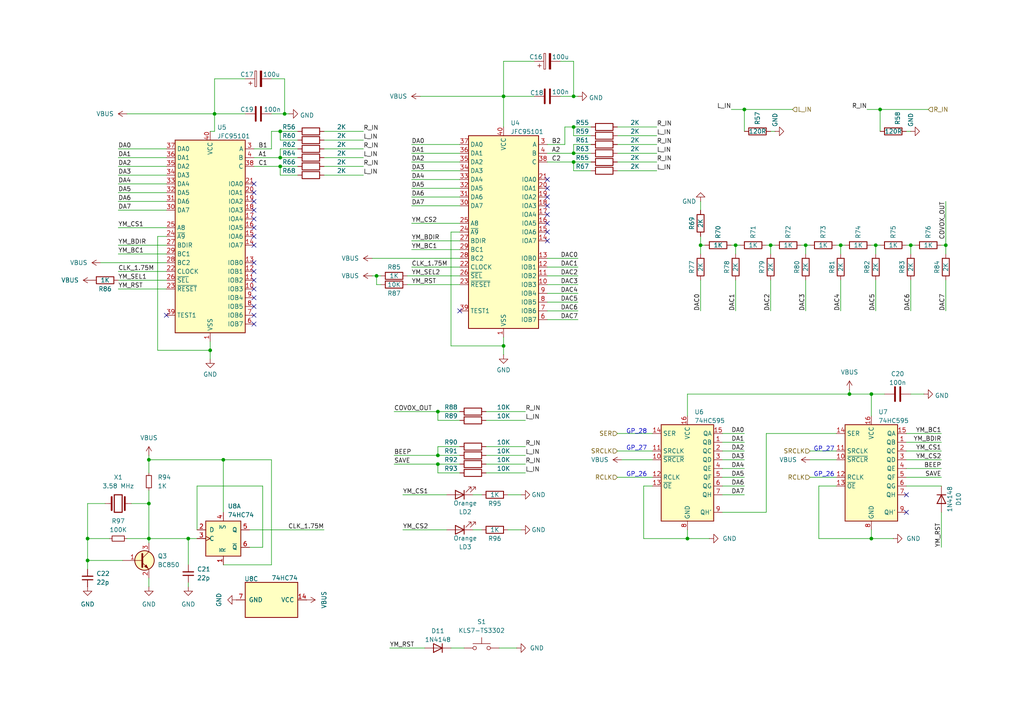
<source format=kicad_sch>
(kicad_sch (version 20250114) (generator "eeschema") (generator_version "9.0")
  (paper "A4")
  (title_block (title "TurboFRANK") (date "2025-03-19") (rev "1.04") (company "Mikhail Matveev") (comment 1 "https://github.com/xtremespb/frank"))
  (text "GP_27" (at 239.014 130.302 0) (effects (font (size 1.27 1.27))))
  (text "GP_26" (at 239.014 137.668 0) (effects (font (size 1.27 1.27))))
  (text "GP_28" (at 184.658 125.222 0) (effects (font (size 1.27 1.27))))
  (text "GP_27" (at 184.658 130.048 0) (effects (font (size 1.27 1.27))))
  (text "GP_26" (at 184.658 137.668 0) (effects (font (size 1.27 1.27))))
  (junction (at 146.05 27.94))
  (junction (at 43.18 133.35))
  (junction (at 203.2 71.12))
  (junction (at 25.4 156.21))
  (junction (at 127 119.38))
  (junction (at 127 132.08))
  (junction (at 252.73 114.3))
  (junction (at 215.9 31.75))
  (junction (at 166.37 46.99))
  (junction (at 82.55 33.02))
  (junction (at 81.28 48.26))
  (junction (at 199.39 156.21))
  (junction (at 274.32 71.12))
  (junction (at 233.68 71.12))
  (junction (at 81.28 45.72))
  (junction (at 252.73 156.21))
  (junction (at 166.37 27.94))
  (junction (at 43.18 146.05))
  (junction (at 54.61 156.21))
  (junction (at 146.05 100.33))
  (junction (at 166.37 44.45))
  (junction (at 127 134.62))
  (junction (at 254 71.12))
  (junction (at 64.77 133.35))
  (junction (at 223.52 71.12))
  (junction (at 60.96 101.6))
  (junction (at 255.27 31.75))
  (junction (at 25.4 162.56))
  (junction (at 246.38 114.3))
  (junction (at 166.37 36.83))
  (junction (at 81.28 38.1))
  (junction (at 243.84 71.12))
  (junction (at 43.18 156.21))
  (junction (at 109.22 80.01))
  (junction (at 264.16 71.12))
  (junction (at 213.36 71.12))
  (junction (at 62.23 33.02))
  (no_connect (at 73.66 81.28))
  (no_connect (at 73.66 93.98))
  (no_connect (at 133.35 90.17))
  (no_connect (at 73.66 60.96))
  (no_connect (at 73.66 53.34))
  (no_connect (at 158.75 62.23))
  (no_connect (at 262.89 143.51))
  (no_connect (at 73.66 78.74))
  (no_connect (at 73.66 58.42))
  (no_connect (at 158.75 59.69))
  (no_connect (at 73.66 83.82))
  (no_connect (at 73.66 88.9))
  (no_connect (at 158.75 69.85))
  (no_connect (at 158.75 52.07))
  (no_connect (at 48.26 91.44))
  (no_connect (at 73.66 76.2))
  (no_connect (at 262.89 148.59))
  (no_connect (at 158.75 64.77))
  (no_connect (at 73.66 71.12))
  (no_connect (at 73.66 86.36))
  (no_connect (at 158.75 54.61))
  (no_connect (at 73.66 66.04))
  (no_connect (at 73.66 68.58))
  (no_connect (at 73.66 63.5))
  (no_connect (at 73.66 55.88))
  (no_connect (at 158.75 67.31))
  (no_connect (at 73.66 91.44))
  (no_connect (at 158.75 57.15))
  (wire (pts (xy 222.25 125.73) (xy 242.57 125.73)))
  (wire (pts (xy 212.09 31.75) (xy 215.9 31.75)))
  (wire (pts (xy 274.32 81.28) (xy 274.32 90.17)))
  (wire (pts (xy 179.07 125.73) (xy 189.23 125.73)))
  (wire (pts (xy 180.34 133.35) (xy 189.23 133.35)))
  (wire (pts (xy 93.98 43.18) (xy 105.41 43.18)))
  (wire (pts (xy 78.74 38.1) (xy 81.28 38.1)))
  (wire (pts (xy 93.98 40.64) (xy 105.41 40.64)))
  (wire (pts (xy 81.28 38.1) (xy 81.28 40.64)))
  (wire (pts (xy 34.29 73.66) (xy 48.26 73.66)))
  (wire (pts (xy 146.05 97.79) (xy 146.05 100.33)))
  (wire (pts (xy 119.38 64.77) (xy 133.35 64.77)))
  (wire (pts (xy 43.18 142.24) (xy 43.18 146.05)))
  (wire (pts (xy 71.12 22.86) (xy 62.23 22.86)))
  (wire (pts (xy 57.15 156.21) (xy 54.61 156.21)))
  (wire (pts (xy 274.32 58.42) (xy 274.32 71.12)))
  (wire (pts (xy 43.18 146.05) (xy 43.18 156.21)))
  (wire (pts (xy 93.98 45.72) (xy 105.41 45.72)))
  (wire (pts (xy 60.96 101.6) (xy 60.96 104.14)))
  (wire (pts (xy 179.07 39.37) (xy 190.5 39.37)))
  (wire (pts (xy 54.61 156.21) (xy 54.61 163.83)))
  (wire (pts (xy 243.84 71.12) (xy 245.11 71.12)))
  (wire (pts (xy 237.49 140.97) (xy 237.49 156.21)))
  (wire (pts (xy 121.92 27.94) (xy 146.05 27.94)))
  (wire (pts (xy 209.55 135.89) (xy 215.9 135.89)))
  (wire (pts (xy 107.95 80.01) (xy 109.22 80.01)))
  (wire (pts (xy 119.38 54.61) (xy 133.35 54.61)))
  (wire (pts (xy 73.66 43.18) (xy 78.74 43.18)))
  (wire (pts (xy 81.28 40.64) (xy 86.36 40.64)))
  (wire (pts (xy 162.56 27.94) (xy 166.37 27.94)))
  (wire (pts (xy 119.38 44.45) (xy 133.35 44.45)))
  (wire (pts (xy 64.77 163.83) (xy 78.74 163.83)))
  (wire (pts (xy 129.54 143.51) (xy 116.84 143.51)))
  (wire (pts (xy 34.29 43.18) (xy 48.26 43.18)))
  (wire (pts (xy 166.37 39.37) (xy 171.45 39.37)))
  (wire (pts (xy 93.98 48.26) (xy 105.41 48.26)))
  (wire (pts (xy 129.54 153.67) (xy 116.84 153.67)))
  (wire (pts (xy 262.89 133.35) (xy 273.05 133.35)))
  (wire (pts (xy 186.69 156.21) (xy 199.39 156.21)))
  (wire (pts (xy 34.29 53.34) (xy 48.26 53.34)))
  (wire (pts (xy 179.07 41.91) (xy 190.5 41.91)))
  (wire (pts (xy 166.37 44.45) (xy 171.45 44.45)))
  (wire (pts (xy 62.23 38.1) (xy 62.23 33.02)))
  (wire (pts (xy 264.16 114.3) (xy 267.97 114.3)))
  (wire (pts (xy 151.13 153.67) (xy 147.32 153.67)))
  (wire (pts (xy 262.89 130.81) (xy 273.05 130.81)))
  (wire (pts (xy 158.75 46.99) (xy 166.37 46.99)))
  (wire (pts (xy 57.15 140.97) (xy 76.2 140.97)))
  (wire (pts (xy 215.9 31.75) (xy 229.87 31.75)))
  (wire (pts (xy 140.97 119.38) (xy 152.4 119.38)))
  (wire (pts (xy 254 81.28) (xy 254 90.17)))
  (wire (pts (xy 130.81 67.31) (xy 130.81 100.33)))
  (wire (pts (xy 158.75 90.17) (xy 167.64 90.17)))
  (wire (pts (xy 146.05 17.78) (xy 146.05 27.94)))
  (wire (pts (xy 86.36 43.18) (xy 81.28 43.18)))
  (wire (pts (xy 179.07 36.83) (xy 190.5 36.83)))
  (wire (pts (xy 93.98 50.8) (xy 105.41 50.8)))
  (wire (pts (xy 78.74 33.02) (xy 82.55 33.02)))
  (wire (pts (xy 118.11 80.01) (xy 133.35 80.01)))
  (wire (pts (xy 255.27 31.75) (xy 255.27 38.1)))
  (wire (pts (xy 223.52 71.12) (xy 224.79 71.12)))
  (wire (pts (xy 54.61 156.21) (xy 43.18 156.21)))
  (wire (pts (xy 127 137.16) (xy 133.35 137.16)))
  (wire (pts (xy 119.38 72.39) (xy 133.35 72.39)))
  (wire (pts (xy 119.38 69.85) (xy 133.35 69.85)))
  (wire (pts (xy 234.95 130.81) (xy 242.57 130.81)))
  (wire (pts (xy 43.18 132.08) (xy 43.18 133.35)))
  (wire (pts (xy 222.25 71.12) (xy 223.52 71.12)))
  (wire (pts (xy 274.32 73.66) (xy 274.32 71.12)))
  (wire (pts (xy 119.38 49.53) (xy 133.35 49.53)))
  (wire (pts (xy 140.97 137.16) (xy 152.4 137.16)))
  (wire (pts (xy 246.38 114.3) (xy 252.73 114.3)))
  (wire (pts (xy 93.98 38.1) (xy 105.41 38.1)))
  (wire (pts (xy 158.75 82.55) (xy 167.64 82.55)))
  (wire (pts (xy 223.52 73.66) (xy 223.52 71.12)))
  (wire (pts (xy 242.57 71.12) (xy 243.84 71.12)))
  (wire (pts (xy 252.73 153.67) (xy 252.73 156.21)))
  (wire (pts (xy 130.81 100.33) (xy 146.05 100.33)))
  (wire (pts (xy 262.89 135.89) (xy 273.05 135.89)))
  (wire (pts (xy 109.22 82.55) (xy 109.22 80.01)))
  (wire (pts (xy 62.23 22.86) (xy 62.23 33.02)))
  (wire (pts (xy 86.36 38.1) (xy 81.28 38.1)))
  (wire (pts (xy 233.68 71.12) (xy 234.95 71.12)))
  (wire (pts (xy 25.4 165.1) (xy 25.4 162.56)))
  (wire (pts (xy 127 129.54) (xy 127 132.08)))
  (wire (pts (xy 209.55 125.73) (xy 215.9 125.73)))
  (wire (pts (xy 45.72 68.58) (xy 45.72 101.6)))
  (wire (pts (xy 262.89 140.97) (xy 273.05 140.97)))
  (wire (pts (xy 273.05 158.75) (xy 273.05 148.59)))
  (wire (pts (xy 127 134.62) (xy 127 137.16)))
  (wire (pts (xy 166.37 49.53) (xy 171.45 49.53)))
  (wire (pts (xy 43.18 156.21) (xy 36.83 156.21)))
  (wire (pts (xy 264.16 71.12) (xy 265.43 71.12)))
  (wire (pts (xy 209.55 138.43) (xy 215.9 138.43)))
  (wire (pts (xy 262.89 38.1) (xy 264.16 38.1)))
  (wire (pts (xy 205.74 156.21) (xy 199.39 156.21)))
  (wire (pts (xy 151.13 143.51) (xy 147.32 143.51)))
  (wire (pts (xy 179.07 138.43) (xy 189.23 138.43)))
  (wire (pts (xy 133.35 132.08) (xy 127 132.08)))
  (wire (pts (xy 262.89 71.12) (xy 264.16 71.12)))
  (wire (pts (xy 243.84 73.66) (xy 243.84 71.12)))
  (wire (pts (xy 127 119.38) (xy 127 121.92)))
  (wire (pts (xy 119.38 46.99) (xy 133.35 46.99)))
  (wire (pts (xy 199.39 153.67) (xy 199.39 156.21)))
  (wire (pts (xy 113.03 187.96) (xy 123.19 187.96)))
  (wire (pts (xy 189.23 140.97) (xy 186.69 140.97)))
  (wire (pts (xy 199.39 120.65) (xy 199.39 114.3)))
  (wire (pts (xy 179.07 49.53) (xy 190.5 49.53)))
  (wire (pts (xy 140.97 121.92) (xy 152.4 121.92)))
  (wire (pts (xy 209.55 128.27) (xy 215.9 128.27)))
  (wire (pts (xy 34.29 71.12) (xy 48.26 71.12)))
  (wire (pts (xy 242.57 140.97) (xy 237.49 140.97)))
  (wire (pts (xy 34.29 58.42) (xy 48.26 58.42)))
  (wire (pts (xy 119.38 41.91) (xy 133.35 41.91)))
  (wire (pts (xy 62.23 38.1) (xy 60.96 38.1)))
  (wire (pts (xy 29.21 76.2) (xy 48.26 76.2)))
  (wire (pts (xy 82.55 22.86) (xy 82.55 33.02)))
  (wire (pts (xy 81.28 48.26) (xy 81.28 50.8)))
  (wire (pts (xy 232.41 71.12) (xy 233.68 71.12)))
  (wire (pts (xy 25.4 146.05) (xy 30.48 146.05)))
  (wire (pts (xy 146.05 36.83) (xy 146.05 27.94)))
  (wire (pts (xy 64.77 133.35) (xy 78.74 133.35)))
  (wire (pts (xy 264.16 73.66) (xy 264.16 71.12)))
  (wire (pts (xy 243.84 81.28) (xy 243.84 90.17)))
  (wire (pts (xy 48.26 68.58) (xy 45.72 68.58)))
  (wire (pts (xy 34.29 50.8) (xy 48.26 50.8)))
  (wire (pts (xy 234.95 138.43) (xy 242.57 138.43)))
  (wire (pts (xy 146.05 27.94) (xy 154.94 27.94)))
  (wire (pts (xy 119.38 77.47) (xy 133.35 77.47)))
  (wire (pts (xy 43.18 170.18) (xy 43.18 167.64)))
  (wire (pts (xy 166.37 17.78) (xy 166.37 27.94)))
  (wire (pts (xy 25.4 156.21) (xy 25.4 162.56)))
  (wire (pts (xy 31.75 156.21) (xy 25.4 156.21)))
  (wire (pts (xy 203.2 81.28) (xy 203.2 90.17)))
  (wire (pts (xy 36.83 33.02) (xy 62.23 33.02)))
  (wire (pts (xy 45.72 101.6) (xy 60.96 101.6)))
  (wire (pts (xy 82.55 33.02) (xy 83.82 33.02)))
  (wire (pts (xy 25.4 156.21) (xy 25.4 146.05)))
  (wire (pts (xy 81.28 45.72) (xy 86.36 45.72)))
  (wire (pts (xy 140.97 132.08) (xy 152.4 132.08)))
  (wire (pts (xy 166.37 36.83) (xy 166.37 39.37)))
  (wire (pts (xy 109.22 80.01) (xy 110.49 80.01)))
  (wire (pts (xy 274.32 71.12) (xy 273.05 71.12)))
  (wire (pts (xy 179.07 46.99) (xy 190.5 46.99)))
  (wire (pts (xy 171.45 41.91) (xy 166.37 41.91)))
  (wire (pts (xy 179.07 130.81) (xy 189.23 130.81)))
  (wire (pts (xy 203.2 73.66) (xy 203.2 71.12)))
  (wire (pts (xy 54.61 170.18) (xy 54.61 168.91)))
  (wire (pts (xy 163.83 36.83) (xy 166.37 36.83)))
  (wire (pts (xy 158.75 92.71) (xy 167.64 92.71)))
  (wire (pts (xy 199.39 114.3) (xy 246.38 114.3)))
  (wire (pts (xy 133.35 134.62) (xy 127 134.62)))
  (wire (pts (xy 262.89 128.27) (xy 273.05 128.27)))
  (wire (pts (xy 233.68 73.66) (xy 233.68 71.12)))
  (wire (pts (xy 213.36 71.12) (xy 214.63 71.12)))
  (wire (pts (xy 81.28 50.8) (xy 86.36 50.8)))
  (wire (pts (xy 209.55 140.97) (xy 215.9 140.97)))
  (wire (pts (xy 223.52 81.28) (xy 223.52 90.17)))
  (wire (pts (xy 43.18 133.35) (xy 43.18 137.16)))
  (wire (pts (xy 130.81 187.96) (xy 134.62 187.96)))
  (wire (pts (xy 254 73.66) (xy 254 71.12)))
  (wire (pts (xy 62.23 33.02) (xy 71.12 33.02)))
  (wire (pts (xy 76.2 140.97) (xy 76.2 158.75)))
  (wire (pts (xy 86.36 48.26) (xy 81.28 48.26)))
  (wire (pts (xy 246.38 113.03) (xy 246.38 114.3)))
  (wire (pts (xy 213.36 81.28) (xy 213.36 90.17)))
  (wire (pts (xy 171.45 46.99) (xy 166.37 46.99)))
  (wire (pts (xy 215.9 31.75) (xy 215.9 38.1)))
  (wire (pts (xy 154.94 17.78) (xy 146.05 17.78)))
  (wire (pts (xy 76.2 158.75) (xy 72.39 158.75)))
  (wire (pts (xy 114.3 134.62) (xy 127 134.62)))
  (wire (pts (xy 259.08 156.21) (xy 252.73 156.21)))
  (wire (pts (xy 114.3 132.08) (xy 127 132.08)))
  (wire (pts (xy 127 121.92) (xy 133.35 121.92)))
  (wire (pts (xy 251.46 31.75) (xy 255.27 31.75)))
  (wire (pts (xy 133.35 129.54) (xy 127 129.54)))
  (wire (pts (xy 233.68 81.28) (xy 233.68 90.17)))
  (wire (pts (xy 139.7 143.51) (xy 137.16 143.51)))
  (wire (pts (xy 34.29 78.74) (xy 48.26 78.74)))
  (wire (pts (xy 163.83 41.91) (xy 163.83 36.83)))
  (wire (pts (xy 203.2 60.96) (xy 203.2 58.42)))
  (wire (pts (xy 171.45 36.83) (xy 166.37 36.83)))
  (wire (pts (xy 158.75 80.01) (xy 167.64 80.01)))
  (wire (pts (xy 81.28 43.18) (xy 81.28 45.72)))
  (wire (pts (xy 254 71.12) (xy 255.27 71.12)))
  (wire (pts (xy 64.77 133.35) (xy 64.77 148.59)))
  (wire (pts (xy 133.35 67.31) (xy 130.81 67.31)))
  (wire (pts (xy 34.29 60.96) (xy 48.26 60.96)))
  (wire (pts (xy 252.73 114.3) (xy 256.54 114.3)))
  (wire (pts (xy 78.74 22.86) (xy 82.55 22.86)))
  (wire (pts (xy 203.2 71.12) (xy 203.2 68.58)))
  (wire (pts (xy 133.35 119.38) (xy 127 119.38)))
  (wire (pts (xy 166.37 46.99) (xy 166.37 49.53)))
  (wire (pts (xy 119.38 52.07) (xy 133.35 52.07)))
  (wire (pts (xy 262.89 138.43) (xy 273.05 138.43)))
  (wire (pts (xy 166.37 27.94) (xy 167.64 27.94)))
  (wire (pts (xy 146.05 100.33) (xy 146.05 102.87)))
  (wire (pts (xy 222.25 148.59) (xy 222.25 125.73)))
  (wire (pts (xy 158.75 41.91) (xy 163.83 41.91)))
  (wire (pts (xy 34.29 45.72) (xy 48.26 45.72)))
  (wire (pts (xy 73.66 45.72) (xy 81.28 45.72)))
  (wire (pts (xy 34.29 55.88) (xy 48.26 55.88)))
  (wire (pts (xy 158.75 85.09) (xy 167.64 85.09)))
  (wire (pts (xy 179.07 44.45) (xy 190.5 44.45)))
  (wire (pts (xy 114.3 119.38) (xy 127 119.38)))
  (wire (pts (xy 107.95 74.93) (xy 133.35 74.93)))
  (wire (pts (xy 252.73 114.3) (xy 252.73 120.65)))
  (wire (pts (xy 72.39 153.67) (xy 93.98 153.67)))
  (wire (pts (xy 252.73 71.12) (xy 254 71.12)))
  (wire (pts (xy 34.29 48.26) (xy 48.26 48.26)))
  (wire (pts (xy 162.56 17.78) (xy 166.37 17.78)))
  (wire (pts (xy 25.4 162.56) (xy 35.56 162.56)))
  (wire (pts (xy 78.74 163.83) (xy 78.74 133.35)))
  (wire (pts (xy 255.27 31.75) (xy 269.24 31.75)))
  (wire (pts (xy 209.55 143.51) (xy 215.9 143.51)))
  (wire (pts (xy 118.11 82.55) (xy 133.35 82.55)))
  (wire (pts (xy 60.96 99.06) (xy 60.96 101.6)))
  (wire (pts (xy 264.16 81.28) (xy 264.16 90.17)))
  (wire (pts (xy 119.38 57.15) (xy 133.35 57.15)))
  (wire (pts (xy 186.69 140.97) (xy 186.69 156.21)))
  (wire (pts (xy 213.36 73.66) (xy 213.36 71.12)))
  (wire (pts (xy 73.66 48.26) (xy 81.28 48.26)))
  (wire (pts (xy 43.18 133.35) (xy 64.77 133.35)))
  (wire (pts (xy 57.15 153.67) (xy 57.15 140.97)))
  (wire (pts (xy 110.49 82.55) (xy 109.22 82.55)))
  (wire (pts (xy 158.75 44.45) (xy 166.37 44.45)))
  (wire (pts (xy 140.97 129.54) (xy 152.4 129.54)))
  (wire (pts (xy 166.37 41.91) (xy 166.37 44.45)))
  (wire (pts (xy 38.1 146.05) (xy 43.18 146.05)))
  (wire (pts (xy 223.52 38.1) (xy 224.79 38.1)))
  (wire (pts (xy 34.29 81.28) (xy 48.26 81.28)))
  (wire (pts (xy 78.74 43.18) (xy 78.74 38.1)))
  (wire (pts (xy 262.89 125.73) (xy 273.05 125.73)))
  (wire (pts (xy 203.2 71.12) (xy 204.47 71.12)))
  (wire (pts (xy 144.78 187.96) (xy 149.86 187.96)))
  (wire (pts (xy 212.09 71.12) (xy 213.36 71.12)))
  (wire (pts (xy 209.55 148.59) (xy 222.25 148.59)))
  (wire (pts (xy 158.75 77.47) (xy 167.64 77.47)))
  (wire (pts (xy 119.38 59.69) (xy 133.35 59.69)))
  (wire (pts (xy 34.29 66.04) (xy 48.26 66.04)))
  (wire (pts (xy 237.49 156.21) (xy 252.73 156.21)))
  (wire (pts (xy 158.75 87.63) (xy 167.64 87.63)))
  (wire (pts (xy 158.75 74.93) (xy 167.64 74.93)))
  (wire (pts (xy 34.29 83.82) (xy 48.26 83.82)))
  (wire (pts (xy 209.55 133.35) (xy 215.9 133.35)))
  (wire (pts (xy 234.95 133.35) (xy 242.57 133.35)))
  (wire (pts (xy 43.18 156.21) (xy 43.18 157.48)))
  (wire (pts (xy 139.7 153.67) (xy 137.16 153.67)))
  (wire (pts (xy 209.55 130.81) (xy 215.9 130.81)))
  (wire (pts (xy 140.97 134.62) (xy 152.4 134.62)))
  (label "DA3" (at 34.29 50.8 0))
  (label "YM_RST" (at 34.29 83.82 0))
  (label "DAC1" (at 213.36 90.17 90))
  (label "DAC5" (at 167.64 87.63 180))
  (label "L_IN" (at 190.5 44.45 0))
  (label "CLK_1.75M" (at 93.98 153.67 180))
  (label "DAC2" (at 223.52 90.17 90))
  (label "DA6" (at 119.38 57.15 0))
  (label "DA6" (at 215.9 140.97 180))
  (label "YM_BC1" (at 273.05 125.73 180))
  (label "DA0" (at 34.29 43.18 0))
  (label "DAC4" (at 167.64 85.09 180))
  (label "DAC4" (at 243.84 90.17 90))
  (label "BEEP" (at 114.3 132.08 0))
  (label "YM_CS2" (at 119.38 64.77 0))
  (label "DAC2" (at 167.64 80.01 180))
  (label "DAC1" (at 167.64 77.47 180))
  (label "L_IN" (at 152.4 121.92 0))
  (label "DA5" (at 34.29 55.88 0))
  (label "YM_BC1" (at 119.38 72.39 0))
  (label "DAC3" (at 233.68 90.17 90))
  (label "DA2" (at 215.9 130.81 180))
  (label "L_IN" (at 105.41 40.64 0))
  (label "DAC7" (at 167.64 92.71 180))
  (label "YM_RST" (at 273.05 158.75 90))
  (label "R_IN" (at 190.5 36.83 0))
  (label "DA7" (at 34.29 60.96 0))
  (label "DA1" (at 119.38 44.45 0))
  (label "DA0" (at 119.38 41.91 0))
  (label "DA1" (at 215.9 128.27 180))
  (label "DA7" (at 215.9 143.51 180))
  (label "C2" (at 160.02 46.99 0))
  (label "DAC7" (at 274.32 90.17 90))
  (label "DA7" (at 119.38 59.69 0))
  (label "YM_CS1" (at 116.84 143.51 0))
  (label "B2" (at 160.02 41.91 0))
  (label "DAC6" (at 264.16 90.17 90))
  (label "C1" (at 74.93 48.26 0))
  (label "YM_BDIR" (at 273.05 128.27 180))
  (label "YM_CS2" (at 273.05 133.35 180))
  (label "L_IN" (at 212.09 31.75 180))
  (label "DA5" (at 119.38 54.61 0))
  (label "YM_CS1" (at 273.05 130.81 180))
  (label "DAC3" (at 167.64 82.55 180))
  (label "CLK_1.75M" (at 34.29 78.74 0))
  (label "R_IN" (at 190.5 46.99 0))
  (label "L_IN" (at 105.41 50.8 0))
  (label "SAVE" (at 114.3 134.62 0))
  (label "R_IN" (at 152.4 129.54 0))
  (label "A1" (at 74.93 45.72 0))
  (label "COVOX_OUT" (at 114.3 119.38 0))
  (label "L_IN" (at 190.5 49.53 0))
  (label "L_IN" (at 190.5 39.37 0))
  (label "L_IN" (at 152.4 137.16 0))
  (label "DAC5" (at 254 90.17 90))
  (label "B1" (at 74.93 43.18 0))
  (label "BEEP" (at 273.05 135.89 180))
  (label "R_IN" (at 152.4 134.62 0))
  (label "DA3" (at 119.38 49.53 0))
  (label "DA2" (at 119.38 46.99 0))
  (label "YM_BDIR" (at 119.38 69.85 0))
  (label "L_IN" (at 105.41 45.72 0))
  (label "YM_BC1" (at 34.29 73.66 0))
  (label "DA3" (at 215.9 133.35 180))
  (label "R_IN" (at 105.41 38.1 0))
  (label "DA6" (at 34.29 58.42 0))
  (label "YM_CS2" (at 116.84 153.67 0))
  (label "R_IN" (at 105.41 43.18 0))
  (label "R_IN" (at 105.41 48.26 0))
  (label "SAVE" (at 273.05 138.43 180))
  (label "YM_BDIR" (at 34.29 71.12 0))
  (label "CLK_1.75M" (at 119.38 77.47 0))
  (label "DAC0" (at 203.2 90.17 90))
  (label "DA4" (at 119.38 52.07 0))
  (label "DA1" (at 34.29 45.72 0))
  (label "DA0" (at 215.9 125.73 180))
  (label "R_IN" (at 190.5 41.91 0))
  (label "YM_SEL1" (at 34.29 81.28 0))
  (label "A2" (at 160.02 44.45 0))
  (label "L_IN" (at 152.4 132.08 0))
  (label "DAC6" (at 167.64 90.17 180))
  (label "YM_SEL2" (at 119.38 80.01 0))
  (label "DA4" (at 215.9 135.89 180))
  (label "R_IN" (at 251.46 31.75 180))
  (label "DAC0" (at 167.64 74.93 180))
  (label "COVOX_OUT" (at 274.32 58.42 270))
  (label "YM_RST" (at 113.03 187.96 0))
  (label "DA2" (at 34.29 48.26 0))
  (label "DA4" (at 34.29 53.34 0))
  (label "DA5" (at 215.9 138.43 180))
  (label "YM_CS1" (at 34.29 66.04 0))
  (label "R_IN" (at 152.4 119.38 0))
  (label "YM_RST" (at 119.38 82.55 0))
  (hierarchical_label "RCLK" (shape input) (at 234.95 138.43 180))
  (hierarchical_label "SER" (shape input) (at 179.07 125.73 180))
  (hierarchical_label "R_IN" (shape input) (at 269.24 31.75 0))
  (hierarchical_label "SRCLK" (shape input) (at 234.95 130.81 180))
  (hierarchical_label "RCLK" (shape input) (at 179.07 138.43 180))
  (hierarchical_label "L_IN" (shape input) (at 229.87 31.75 0))
  (hierarchical_label "SRCLK" (shape input) (at 179.07 130.81 180))
  (symbol (lib_id "Device:R") (at 30.48 81.28 90) (unit 1)
    (property "Reference" "R86" (at 30.48 83.82 90))
    (property "Value" "1K" (at 30.48 81.28 90))
    (property "Footprint" "FRANK:Resistor (0805)" (effects (hide yes)))
    (property "Datasheet" "https://www.vishay.com/docs/28952/mcs0402at-mct0603at-mcu0805at-mca1206at.pdf" (effects (hide yes)))
    (property "AliExpress" "https://www.aliexpress.com/item/1005005945735199.html" (effects (hide yes)))
  )
  (symbol (lib_id "Device:R") (at 259.08 38.1 90) (unit 1)
    (property "Reference" "R58" (at 260.35 34.29 0))
    (property "Value" "120R" (at 259.08 38.1 90))
    (property "Footprint" "FRANK:Resistor (0805)" (effects (hide yes)))
    (property "Datasheet" "https://www.vishay.com/docs/28952/mcs0402at-mct0603at-mcu0805at-mca1206at.pdf" (effects (hide yes)))
    (property "AliExpress" "https://www.aliexpress.com/item/1005005945735199.html" (effects (hide yes)))
  )
  (symbol (lib_id "Device:C_Small") (at 54.61 166.37 180) (unit 1)
    (property "Reference" "C21" (at 57.15 165.0935 0) (effects (justify right)))
    (property "Value" "22p" (at 57.15 167.6335 0) (effects (justify right)))
    (property "Footprint" "FRANK:Capacitor (0805)" (effects (hide yes)))
    (property "Datasheet" "https://eu.mouser.com/datasheet/2/40/KGM_X7R-3223212.pdf" (effects (hide yes)))
    (property "Description" "Unpolarized capacitor, small symbol" (effects (hide yes)))
    (property "AliExpress" "https://www.aliexpress.com/item/33008008276.html" (effects (hide yes)))
  )
  (symbol (lib_id "Device:R") (at 137.16 129.54 270) (unit 1)
    (property "Reference" "R90" (at 130.81 128.27 90))
    (property "Value" "10K" (at 146.05 128.27 90))
    (property "Footprint" "FRANK:Resistor (0805)" (effects (hide yes)))
    (property "Datasheet" "https://www.vishay.com/docs/28952/mcs0402at-mct0603at-mcu0805at-mca1206at.pdf" (effects (hide yes)))
    (property "Description" "5K-10K" (effects (hide yes)))
    (property "AliExpress" "https://www.aliexpress.com/item/1005005945735199.html" (effects (hide yes)))
  )
  (symbol (lib_id "Device:R") (at 269.24 71.12 90) (unit 1)
    (property "Reference" "R76" (at 269.24 67.31 0))
    (property "Value" "1K" (at 269.24 71.12 90))
    (property "Footprint" "FRANK:Resistor (0805)" (effects (hide yes)))
    (property "Datasheet" "https://www.vishay.com/docs/28952/mcs0402at-mct0603at-mcu0805at-mca1206at.pdf" (effects (hide yes)))
    (property "AliExpress" "https://www.aliexpress.com/item/1005005945735199.html" (effects (hide yes)))
  )
  (symbol (lib_id "power:VBUS") (at 43.18 132.08 0) (unit 1)
    (property "Reference" "#PWR094" (effects (hide yes)))
    (property "Value" "VBUS" (at 43.18 127 0))
    (property "Description" "Power symbol creates a global label with name \"VBUS\"" (effects (hide yes)))
  )
  (symbol (lib_id "Device:C_Polarized") (at 74.93 22.86 90) (unit 1)
    (property "Reference" "C17" (at 71.628 21.59 90))
    (property "Value" "100u" (at 78.74 21.59 90))
    (property "Footprint" "FRANK:Capacitor (3528, tantalum, polar)" (effects (hide yes)))
    (property "Datasheet" "https://eu.mouser.com/datasheet/2/447/KEM_T2005_T491-3316937.pdf" (effects (hide yes)))
    (property "AliExpress" "https://www.aliexpress.com/item/1005006870280809.html" (effects (hide yes)))
  )
  (symbol (lib_name "GND_13") (lib_id "power:GND") (at 259.08 156.21 90) (unit 1)
    (property "Reference" "#PWR0100" (effects (hide yes)))
    (property "Value" "GND" (at 262.89 156.2099 90) (effects (justify right)))
    (property "Description" "Power symbol creates a global label with name \"GND\" , ground" (effects (hide yes)))
  )
  (symbol (lib_id "Device:R") (at 137.16 119.38 270) (unit 1)
    (property "Reference" "R88" (at 130.81 118.11 90))
    (property "Value" "10K" (at 146.05 118.11 90))
    (property "Footprint" "FRANK:Resistor (0805)" (effects (hide yes)))
    (property "Datasheet" "https://www.vishay.com/docs/28952/mcs0402at-mct0603at-mcu0805at-mca1206at.pdf" (effects (hide yes)))
    (property "Description" "5K-10K" (effects (hide yes)))
    (property "AliExpress" "https://www.aliexpress.com/item/1005005945735199.html" (effects (hide yes)))
  )
  (symbol (lib_name "GND_2") (lib_id "power:GND") (at 151.13 143.51 90) (unit 1)
    (property "Reference" "#PWR097" (effects (hide yes)))
    (property "Value" "GND" (at 158.242 143.51 90) (effects (justify left)))
    (property "Description" "Power symbol creates a global label with name \"GND\" , ground" (effects (hide yes)))
  )
  (symbol (lib_name "GND_3") (lib_id "power:GND") (at 203.2 58.42 180) (unit 1)
    (property "Reference" "#PWR085" (effects (hide yes)))
    (property "Value" "GND" (at 201.93 58.42 0) (effects (justify left)))
    (property "Description" "Power symbol creates a global label with name \"GND\" , ground" (effects (hide yes)))
  )
  (symbol (lib_id "Device:R") (at 208.28 71.12 90) (unit 1)
    (property "Reference" "R70" (at 208.28 67.31 0))
    (property "Value" "1K" (at 208.28 71.12 90))
    (property "Footprint" "FRANK:Resistor (0805)" (effects (hide yes)))
    (property "Datasheet" "https://www.vishay.com/docs/28952/mcs0402at-mct0603at-mcu0805at-mca1206at.pdf" (effects (hide yes)))
    (property "AliExpress" "https://www.aliexpress.com/item/1005005945735199.html" (effects (hide yes)))
  )
  (symbol (lib_id "Device:C") (at 74.93 33.02 90) (unit 1)
    (property "Reference" "C19" (at 71.628 31.75 90))
    (property "Value" "100n" (at 78.994 31.75 90))
    (property "Footprint" "FRANK:Capacitor (0805)" (effects (hide yes)))
    (property "Datasheet" "https://eu.mouser.com/datasheet/2/40/KGM_X7R-3223212.pdf" (effects (hide yes)))
    (property "AliExpress" "https://www.aliexpress.com/item/33008008276.html" (effects (hide yes)))
  )
  (symbol (lib_id "Device:R") (at 213.36 77.47 0) (unit 1)
    (property "Reference" "R78" (at 210.82 77.47 90))
    (property "Value" "2K" (at 213.36 77.47 90))
    (property "Footprint" "FRANK:Resistor (0805)" (effects (hide yes)))
    (property "Datasheet" "https://www.vishay.com/docs/28952/mcs0402at-mct0603at-mcu0805at-mca1206at.pdf" (effects (hide yes)))
    (property "AliExpress" "https://www.aliexpress.com/item/1005005945735199.html" (effects (hide yes)))
  )
  (symbol (lib_id "Device:R_Small") (at 34.29 156.21 90) (unit 1)
    (property "Reference" "R97" (at 34.29 151.13 90))
    (property "Value" "100K" (at 34.29 153.67 90))
    (property "Footprint" "FRANK:Resistor (0805)" (effects (hide yes)))
    (property "Datasheet" "https://www.vishay.com/docs/28952/mcs0402at-mct0603at-mcu0805at-mca1206at.pdf" (effects (hide yes)))
    (property "Description" "Resistor, small symbol" (effects (hide yes)))
    (property "AliExpress" "https://www.aliexpress.com/item/1005005945735199.html" (effects (hide yes)))
  )
  (symbol (lib_id "Device:R") (at 114.3 80.01 90) (unit 1)
    (property "Reference" "R85" (at 114.3 77.47 90))
    (property "Value" "1K" (at 114.3 80.01 90))
    (property "Footprint" "FRANK:Resistor (0805)" (effects (hide yes)))
    (property "Datasheet" "https://www.vishay.com/docs/28952/mcs0402at-mct0603at-mcu0805at-mca1206at.pdf" (effects (hide yes)))
    (property "AliExpress" "https://www.aliexpress.com/item/1005005945735199.html" (effects (hide yes)))
  )
  (symbol (lib_id "Device:R") (at 137.16 132.08 270) (unit 1)
    (property "Reference" "R91" (at 130.81 130.81 90))
    (property "Value" "10K" (at 146.05 130.81 90))
    (property "Footprint" "FRANK:Resistor (0805)" (effects (hide yes)))
    (property "Datasheet" "https://www.vishay.com/docs/28952/mcs0402at-mct0603at-mcu0805at-mca1206at.pdf" (effects (hide yes)))
    (property "Description" "5K-10K" (effects (hide yes)))
    (property "AliExpress" "https://www.aliexpress.com/item/1005005945735199.html" (effects (hide yes)))
  )
  (symbol (lib_id "power:GND") (at 25.4 170.18 0) (unit 1)
    (property "Reference" "#PWR0101" (effects (hide yes)))
    (property "Value" "GND" (at 25.4 175.26 0))
    (property "Description" "Power symbol creates a global label with name \"GND\" , ground" (effects (hide yes)))
  )
  (symbol (lib_id "Device:R") (at 90.17 48.26 270) (unit 1)
    (property "Reference" "R66" (at 83.82 46.99 90))
    (property "Value" "2K" (at 99.06 46.99 90))
    (property "Footprint" "FRANK:Resistor (0805)" (effects (hide yes)))
    (property "Datasheet" "https://www.vishay.com/docs/28952/mcs0402at-mct0603at-mcu0805at-mca1206at.pdf" (effects (hide yes)))
    (property "Description" "1-2K" (effects (hide yes)))
    (property "AliExpress" "https://www.aliexpress.com/item/1005005945735199.html" (effects (hide yes)))
  )
  (symbol (lib_id "Device:R_Small") (at 43.18 139.7 180) (unit 1)
    (property "Reference" "R94" (at 45.72 138.4299 0) (effects (justify right)))
    (property "Value" "1K" (at 45.72 140.9699 0) (effects (justify right)))
    (property "Footprint" "FRANK:Resistor (0805)" (effects (hide yes)))
    (property "Datasheet" "https://www.vishay.com/docs/28952/mcs0402at-mct0603at-mcu0805at-mca1206at.pdf" (effects (hide yes)))
    (property "Description" "Resistor, small symbol" (effects (hide yes)))
    (property "AliExpress" "https://www.aliexpress.com/item/1005005945735199.html" (effects (hide yes)))
  )
  (symbol (lib_id "power:VBUS") (at 107.95 80.01 90) (unit 1)
    (property "Reference" "#PWR088" (effects (hide yes)))
    (property "Value" "VBUS" (at 104.14 80.0099 90) (effects (justify left)))
    (property "Description" "Power symbol creates a global label with name \"VBUS\"" (effects (hide yes)))
  )
  (symbol (lib_id "Device:R") (at 90.17 38.1 270) (unit 1)
    (property "Reference" "R56" (at 83.82 36.83 90))
    (property "Value" "2K" (at 99.06 36.83 90))
    (property "Footprint" "FRANK:Resistor (0805)" (effects (hide yes)))
    (property "Datasheet" "https://www.vishay.com/docs/28952/mcs0402at-mct0603at-mcu0805at-mca1206at.pdf" (effects (hide yes)))
    (property "Description" "1-2K" (effects (hide yes)))
    (property "AliExpress" "https://www.aliexpress.com/item/1005005945735199.html" (effects (hide yes)))
  )
  (symbol (lib_id "Device:R") (at 248.92 71.12 90) (unit 1)
    (property "Reference" "R74" (at 248.92 67.31 0))
    (property "Value" "1K" (at 248.92 71.12 90))
    (property "Footprint" "FRANK:Resistor (0805)" (effects (hide yes)))
    (property "Datasheet" "https://www.vishay.com/docs/28952/mcs0402at-mct0603at-mcu0805at-mca1206at.pdf" (effects (hide yes)))
    (property "AliExpress" "https://www.aliexpress.com/item/1005005945735199.html" (effects (hide yes)))
  )
  (symbol (lib_id "74xx:74HC74") (at 64.77 156.21 0) (unit 1)
    (property "Reference" "U8" (at 66.04 146.812 0) (effects (justify left)))
    (property "Value" "74HC74" (at 66.04 149.352 0) (effects (justify left)))
    (property "Footprint" "FRANK:74HCT74D" (effects (hide yes)))
    (property "Datasheet" "74xx/74hc_hct74.pdf" (effects (hide yes)))
    (property "Description" "Dual D Flip-flop, Set & Reset" (effects (hide yes)))
    (property "AliExpress" "https://www.aliexpress.com/item/1005006778848967.html" (effects (hide yes)))
  )
  (symbol (lib_id "Device:R") (at 90.17 43.18 270) (unit 1)
    (property "Reference" "R62" (at 83.82 41.91 90))
    (property "Value" "2K" (at 99.06 41.91 90))
    (property "Footprint" "FRANK:Resistor (0805)" (effects (hide yes)))
    (property "Datasheet" "https://www.vishay.com/docs/28952/mcs0402at-mct0603at-mcu0805at-mca1206at.pdf" (effects (hide yes)))
    (property "Description" "1-2K" (effects (hide yes)))
    (property "AliExpress" "https://www.aliexpress.com/item/1005005945735199.html" (effects (hide yes)))
  )
  (symbol (lib_id "Device:LED") (at 133.35 143.51 180) (unit 1)
    (property "Reference" "LD2" (at 134.9375 148.4798 0))
    (property "Value" "Orange" (at 134.9375 145.9429 0))
    (property "Footprint" "FRANK:LED (0805)" (effects (hide yes)))
    (property "Description" "Light emitting diode" (effects (hide yes)))
    (property "AliExpress" "https://www.aliexpress.com/item/1005005975741298.html" (effects (hide yes)))
    (property "Sim.Pins" "1=K 2=A" (effects (hide yes)))
  )
  (symbol (lib_id "Device:R") (at 90.17 45.72 270) (unit 1)
    (property "Reference" "R64" (at 83.82 44.45 90))
    (property "Value" "2K" (at 99.06 44.45 90))
    (property "Footprint" "FRANK:Resistor (0805)" (effects (hide yes)))
    (property "Datasheet" "https://www.vishay.com/docs/28952/mcs0402at-mct0603at-mcu0805at-mca1206at.pdf" (effects (hide yes)))
    (property "Description" "1-2K" (effects (hide yes)))
    (property "AliExpress" "https://www.aliexpress.com/item/1005005945735199.html" (effects (hide yes)))
  )
  (symbol (lib_id "Device:R") (at 175.26 44.45 270) (unit 1)
    (property "Reference" "R63" (at 168.91 43.18 90))
    (property "Value" "2K" (at 184.15 43.18 90))
    (property "Footprint" "FRANK:Resistor (0805)" (effects (hide yes)))
    (property "Datasheet" "https://www.vishay.com/docs/28952/mcs0402at-mct0603at-mcu0805at-mca1206at.pdf" (effects (hide yes)))
    (property "Description" "1-2K" (effects (hide yes)))
    (property "AliExpress" "https://www.aliexpress.com/item/1005005945735199.html" (effects (hide yes)))
  )
  (symbol (lib_id "Device:R") (at 143.51 153.67 270) (unit 1)
    (property "Reference" "R96" (at 143.51 156.21 90))
    (property "Value" "1K" (at 143.51 153.67 90))
    (property "Footprint" "FRANK:Resistor (0805)" (effects (hide yes)))
    (property "Datasheet" "https://www.vishay.com/docs/28952/mcs0402at-mct0603at-mcu0805at-mca1206at.pdf" (effects (hide yes)))
    (property "AliExpress" "https://www.aliexpress.com/item/1005005945735199.html" (effects (hide yes)))
  )
  (symbol (lib_id "74xx:74HC74") (at 78.74 173.99 270) (unit 3)
    (property "Reference" "U8" (at 70.866 167.894 90) (effects (justify left)))
    (property "Value" "74HC74" (at 78.74 167.64 90) (effects (justify left)))
    (property "Footprint" "FRANK:74HCT74D" (effects (hide yes)))
    (property "Datasheet" "74xx/74hc_hct74.pdf" (effects (hide yes)))
    (property "Description" "Dual D Flip-flop, Set & Reset" (effects (hide yes)))
    (property "AliExpress" "https://www.aliexpress.com/item/1005006778848967.html" (effects (hide yes)))
  )
  (symbol (lib_id "Switch:SW_Push") (at 139.7 187.96 0) (unit 1)
    (property "Reference" "S1" (at 139.7 180.34 0))
    (property "Value" "KLS7-TS3302" (at 139.7 182.88 0))
    (property "Footprint" "FRANK:Button (SMD, 3x3mm, 1-1)" (effects (hide yes)))
    (property "Datasheet" "https://img.klsele.com/admin/product_upload/20150508135408KLS7-TS3302.pdf" (effects (hide yes)))
    (property "AliExpress" "https://www.aliexpress.com/item/1005007359248990.html" (effects (hide yes)))
  )
  (symbol (lib_name "GND_12") (lib_id "power:GND") (at 60.96 104.14 0) (unit 1)
    (property "Reference" "#PWR091" (effects (hide yes)))
    (property "Value" "GND" (at 60.96 108.5834 0))
    (property "Description" "Power symbol creates a global label with name \"GND\" , ground" (effects (hide yes)))
  )
  (symbol (lib_id "power:GND") (at 205.74 156.21 90) (unit 1)
    (property "Reference" "#PWR099" (effects (hide yes)))
    (property "Value" "GND" (at 209.55 156.2099 90) (effects (justify right)))
    (property "Description" "Power symbol creates a global label with name \"GND\" , ground" (effects (hide yes)))
  )
  (symbol (lib_id "Device:R") (at 137.16 121.92 270) (unit 1)
    (property "Reference" "R89" (at 130.81 120.65 90))
    (property "Value" "10K" (at 146.05 120.65 90))
    (property "Footprint" "FRANK:Resistor (0805)" (effects (hide yes)))
    (property "Datasheet" "https://www.vishay.com/docs/28952/mcs0402at-mct0603at-mcu0805at-mca1206at.pdf" (effects (hide yes)))
    (property "Description" "5K-10K" (effects (hide yes)))
    (property "AliExpress" "https://www.aliexpress.com/item/1005005945735199.html" (effects (hide yes)))
  )
  (symbol (lib_id "Device:R") (at 259.08 71.12 90) (unit 1)
    (property "Reference" "R75" (at 259.08 67.31 0))
    (property "Value" "1K" (at 259.08 71.12 90))
    (property "Footprint" "FRANK:Resistor (0805)" (effects (hide yes)))
    (property "Datasheet" "https://www.vishay.com/docs/28952/mcs0402at-mct0603at-mcu0805at-mca1206at.pdf" (effects (hide yes)))
    (property "AliExpress" "https://www.aliexpress.com/item/1005005945735199.html" (effects (hide yes)))
  )
  (symbol (lib_id "FRANK:PCM_Transistor_BJT_AKL_BC850") (at 40.64 162.56 0) (unit 1)
    (property "Reference" "Q3" (at 45.72 161.2899 0) (effects (justify left)))
    (property "Value" "BC850" (at 45.72 163.8299 0) (effects (justify left)))
    (property "Footprint" "FRANK:SOT-23" (effects (hide yes)))
    (property "Datasheet" "https://assets.nexperia.com/documents/data-sheet/BC849_BC850.pdf" (effects (hide yes)))
    (property "Description" "NPN SOT-23 low noise transistor, 45V, 100mA, 250mW, Complementary to BC860, Alternate KiCAD Library" (effects (hide yes)))
    (property "AliExpress" "https://www.aliexpress.com/item/1005005008637286.html" (effects (hide yes)))
  )
  (symbol (lib_id "power:VBUS") (at 180.34 133.35 90) (unit 1)
    (property "Reference" "#PWR095" (effects (hide yes)))
    (property "Value" "VBUS" (at 176.53 133.3499 90) (effects (justify left)))
    (property "Description" "Power symbol creates a global label with name \"VBUS\"" (effects (hide yes)))
  )
  (symbol (lib_name "LED_1") (lib_id "Device:LED") (at 133.35 153.67 180) (unit 1)
    (property "Reference" "LD3" (at 134.9375 158.6398 0))
    (property "Value" "Orange" (at 134.9375 156.1029 0))
    (property "Footprint" "FRANK:LED (0805)" (effects (hide yes)))
    (property "Description" "Light emitting diode" (effects (hide yes)))
    (property "AliExpress" "https://www.aliexpress.com/item/1005005975741298.html" (effects (hide yes)))
    (property "Sim.Pins" "1=K 2=A" (effects (hide yes)))
  )
  (symbol (lib_id "FRANK:Crystal_Generic") (at 34.29 146.05 0) (unit 1)
    (property "Reference" "X1" (at 34.29 138.43 0))
    (property "Value" "3.58 MHz" (at 34.29 140.97 0))
    (property "Footprint" "FRANK:Crystal (HC49-S)" (effects (hide yes)))
    (property "Description" "Quartz crystal, Generic symbol, Alternate KiCad Library" (effects (hide yes)))
    (property "AliExpress" "https://www.aliexpress.com/item/1005006783317100.html" (effects (hide yes)))
  )
  (symbol (lib_name "1N4148W_1") (lib_id "Diode:1N4148W") (at 127 187.96 180) (unit 1)
    (property "Reference" "D11" (at 127 182.9902 0))
    (property "Value" "1N4148" (at 127 185.5271 0))
    (property "Footprint" "FRANK:Diode (SOD-323)" (effects (hide yes)))
    (property "Datasheet" "https://www.vishay.com/docs/85748/1n4148w.pdf" (effects (hide yes)))
    (property "Description" "75V 0.15A Fast Switching Diode, SOD-123" (effects (hide yes)))
    (property "Sim.Device" "D" (effects (hide yes)))
    (property "Sim.Pins" "1=K 2=A" (effects (hide yes)))
    (property "AliExpress" "https://www.aliexpress.com/item/1005005707644429.html" (effects (hide yes)))
  )
  (symbol (lib_id "Device:R") (at 223.52 77.47 0) (unit 1)
    (property "Reference" "R79" (at 220.98 77.47 90))
    (property "Value" "2K" (at 223.52 77.47 90))
    (property "Footprint" "FRANK:Resistor (0805)" (effects (hide yes)))
    (property "Datasheet" "https://www.vishay.com/docs/28952/mcs0402at-mct0603at-mcu0805at-mca1206at.pdf" (effects (hide yes)))
    (property "AliExpress" "https://www.aliexpress.com/item/1005005945735199.html" (effects (hide yes)))
  )
  (symbol (lib_name "GND_8") (lib_id "power:GND") (at 167.64 27.94 90) (unit 1)
    (property "Reference" "#PWR080" (effects (hide yes)))
    (property "Value" "GND" (at 170.815 28.3738 90) (effects (justify right)))
    (property "Description" "Power symbol creates a global label with name \"GND\" , ground" (effects (hide yes)))
  )
  (symbol (lib_id "power:VBUS") (at 36.83 33.02 90) (unit 1)
    (property "Reference" "#PWR081" (effects (hide yes)))
    (property "Value" "VBUS" (at 33.02 33.0199 90) (effects (justify left)))
    (property "Description" "Power symbol creates a global label with name \"VBUS\"" (effects (hide yes)))
  )
  (symbol (lib_id "Audio:YM2149") (at 146.05 67.31 0) (unit 1)
    (property "Reference" "U4" (at 148.0694 35.6702 0) (effects (justify left)))
    (property "Value" "JFC95101" (at 148.0694 38.2071 0) (effects (justify left)))
    (property "Footprint" "FRANK:DIP-40 (Socket)" (effects (hide yes)))
    (property "Datasheet" "http://www.ym2149.com/ym2149.pdf" (effects (hide yes)))
    (property "Description" "Software-Controlled Sound Generator, DIP-40" (effects (hide yes)))
    (property "AliExpress" "https://www.aliexpress.com/item/1005004784221287.html" (effects (hide yes)))
  )
  (symbol (lib_id "Device:C_Small") (at 25.4 167.64 180) (unit 1)
    (property "Reference" "C22" (at 27.94 166.3635 0) (effects (justify right)))
    (property "Value" "22p" (at 27.94 168.9035 0) (effects (justify right)))
    (property "Footprint" "FRANK:Capacitor (0805)" (effects (hide yes)))
    (property "Datasheet" "https://eu.mouser.com/datasheet/2/40/KGM_X7R-3223212.pdf" (effects (hide yes)))
    (property "Description" "Unpolarized capacitor, small symbol" (effects (hide yes)))
    (property "AliExpress" "https://www.aliexpress.com/item/33008008276.html" (effects (hide yes)))
  )
  (symbol (lib_id "Device:R") (at 175.26 36.83 270) (unit 1)
    (property "Reference" "R55" (at 168.91 35.56 90))
    (property "Value" "2K" (at 184.15 35.56 90))
    (property "Footprint" "FRANK:Resistor (0805)" (effects (hide yes)))
    (property "Datasheet" "https://www.vishay.com/docs/28952/mcs0402at-mct0603at-mcu0805at-mca1206at.pdf" (effects (hide yes)))
    (property "AliExpress" "https://www.aliexpress.com/item/1005005945735199.html" (effects (hide yes)))
  )
  (symbol (lib_id "Device:R") (at 175.26 49.53 270) (unit 1)
    (property "Reference" "R67" (at 168.91 48.26 90))
    (property "Value" "2K" (at 184.15 48.26 90))
    (property "Footprint" "FRANK:Resistor (0805)" (effects (hide yes)))
    (property "Datasheet" "https://www.vishay.com/docs/28952/mcs0402at-mct0603at-mcu0805at-mca1206at.pdf" (effects (hide yes)))
    (property "Description" "1-2K" (effects (hide yes)))
    (property "AliExpress" "https://www.aliexpress.com/item/1005005945735199.html" (effects (hide yes)))
  )
  (symbol (lib_id "Device:R") (at 233.68 77.47 0) (unit 1)
    (property "Reference" "R80" (at 231.14 77.47 90))
    (property "Value" "2K" (at 233.68 77.47 90))
    (property "Footprint" "FRANK:Resistor (0805)" (effects (hide yes)))
    (property "Datasheet" "https://www.vishay.com/docs/28952/mcs0402at-mct0603at-mcu0805at-mca1206at.pdf" (effects (hide yes)))
    (property "AliExpress" "https://www.aliexpress.com/item/1005005945735199.html" (effects (hide yes)))
  )
  (symbol (lib_id "Device:R") (at 90.17 40.64 270) (unit 1)
    (property "Reference" "R60" (at 83.82 39.37 90))
    (property "Value" "2K" (at 99.06 39.37 90))
    (property "Footprint" "FRANK:Resistor (0805)" (effects (hide yes)))
    (property "Datasheet" "https://www.vishay.com/docs/28952/mcs0402at-mct0603at-mcu0805at-mca1206at.pdf" (effects (hide yes)))
    (property "Description" "1-2K" (effects (hide yes)))
    (property "AliExpress" "https://www.aliexpress.com/item/1005005945735199.html" (effects (hide yes)))
  )
  (symbol (lib_id "power:GND") (at 43.18 170.18 0) (unit 1)
    (property "Reference" "#PWR0102" (effects (hide yes)))
    (property "Value" "GND" (at 43.18 175.26 0))
    (property "Description" "Power symbol creates a global label with name \"GND\" , ground" (effects (hide yes)))
  )
  (symbol (lib_id "Device:R") (at 143.51 143.51 270) (unit 1)
    (property "Reference" "R95" (at 143.51 146.05 90))
    (property "Value" "1K" (at 143.51 143.51 90))
    (property "Footprint" "FRANK:Resistor (0805)" (effects (hide yes)))
    (property "Datasheet" "https://www.vishay.com/docs/28952/mcs0402at-mct0603at-mcu0805at-mca1206at.pdf" (effects (hide yes)))
    (property "AliExpress" "https://www.aliexpress.com/item/1005005945735199.html" (effects (hide yes)))
  )
  (symbol (lib_id "Device:R") (at 264.16 77.47 0) (unit 1)
    (property "Reference" "R83" (at 261.62 77.47 90))
    (property "Value" "2K" (at 264.16 77.47 90))
    (property "Footprint" "FRANK:Resistor (0805)" (effects (hide yes)))
    (property "Datasheet" "https://www.vishay.com/docs/28952/mcs0402at-mct0603at-mcu0805at-mca1206at.pdf" (effects (hide yes)))
    (property "AliExpress" "https://www.aliexpress.com/item/1005005945735199.html" (effects (hide yes)))
  )
  (symbol (lib_id "power:GND") (at 54.61 170.18 0) (unit 1)
    (property "Reference" "#PWR0103" (effects (hide yes)))
    (property "Value" "GND" (at 54.61 175.26 0))
    (property "Description" "Power symbol creates a global label with name \"GND\" , ground" (effects (hide yes)))
  )
  (symbol (lib_id "Device:R") (at 274.32 77.47 0) (unit 1)
    (property "Reference" "R84" (at 271.78 77.47 90))
    (property "Value" "2K" (at 274.32 77.47 90))
    (property "Footprint" "FRANK:Resistor (0805)" (effects (hide yes)))
    (property "Datasheet" "https://www.vishay.com/docs/28952/mcs0402at-mct0603at-mcu0805at-mca1206at.pdf" (effects (hide yes)))
    (property "AliExpress" "https://www.aliexpress.com/item/1005005945735199.html" (effects (hide yes)))
  )
  (symbol (lib_id "Device:R") (at 137.16 137.16 270) (unit 1)
    (property "Reference" "R93" (at 130.81 135.89 90))
    (property "Value" "10K" (at 146.05 135.89 90))
    (property "Footprint" "FRANK:Resistor (0805)" (effects (hide yes)))
    (property "Datasheet" "https://www.vishay.com/docs/28952/mcs0402at-mct0603at-mcu0805at-mca1206at.pdf" (effects (hide yes)))
    (property "Description" "5K-10K" (effects (hide yes)))
    (property "AliExpress" "https://www.aliexpress.com/item/1005005945735199.html" (effects (hide yes)))
  )
  (symbol (lib_id "Device:R") (at 228.6 71.12 90) (unit 1)
    (property "Reference" "R72" (at 228.6 67.31 0))
    (property "Value" "1K" (at 228.6 71.12 90))
    (property "Footprint" "FRANK:Resistor (0805)" (effects (hide yes)))
    (property "Datasheet" "https://www.vishay.com/docs/28952/mcs0402at-mct0603at-mcu0805at-mca1206at.pdf" (effects (hide yes)))
    (property "AliExpress" "https://www.aliexpress.com/item/1005005945735199.html" (effects (hide yes)))
  )
  (symbol (lib_id "Device:R") (at 219.71 38.1 90) (unit 1)
    (property "Reference" "R57" (at 219.71 34.29 0))
    (property "Value" "120R" (at 219.71 38.1 90))
    (property "Footprint" "FRANK:Resistor (0805)" (effects (hide yes)))
    (property "Datasheet" "https://www.vishay.com/docs/28952/mcs0402at-mct0603at-mcu0805at-mca1206at.pdf" (effects (hide yes)))
    (property "AliExpress" "https://www.aliexpress.com/item/1005005945735199.html" (effects (hide yes)))
  )
  (symbol (lib_id "Device:R") (at 90.17 50.8 270) (unit 1)
    (property "Reference" "R68" (at 83.82 49.53 90))
    (property "Value" "2K" (at 99.06 49.53 90))
    (property "Footprint" "FRANK:Resistor (0805)" (effects (hide yes)))
    (property "Datasheet" "https://www.vishay.com/docs/28952/mcs0402at-mct0603at-mcu0805at-mca1206at.pdf" (effects (hide yes)))
    (property "Description" "1-2K" (effects (hide yes)))
    (property "AliExpress" "https://www.aliexpress.com/item/1005005945735199.html" (effects (hide yes)))
  )
  (symbol (lib_id "Device:C") (at 260.35 114.3 90) (unit 1)
    (property "Reference" "C20" (at 260.35 108.4412 90))
    (property "Value" "100n" (at 260.35 110.9781 90))
    (property "Footprint" "FRANK:Capacitor (0805)" (effects (hide yes)))
    (property "Datasheet" "https://eu.mouser.com/datasheet/2/40/KGM_X7R-3223212.pdf" (effects (hide yes)))
    (property "AliExpress" "https://www.aliexpress.com/item/33008008276.html" (effects (hide yes)))
  )
  (symbol (lib_name "GND_10") (lib_id "power:GND") (at 267.97 114.3 90) (unit 1)
    (property "Reference" "#PWR093" (effects (hide yes)))
    (property "Value" "GND" (at 271.145 114.7338 90) (effects (justify right)))
    (property "Description" "Power symbol creates a global label with name \"GND\" , ground" (effects (hide yes)))
  )
  (symbol (lib_id "power:VBUS") (at 88.9 173.99 270) (unit 1)
    (property "Reference" "#PWR0105" (effects (hide yes)))
    (property "Value" "VBUS" (at 93.98 173.99 0))
    (property "Description" "Power symbol creates a global label with name \"VBUS\"" (effects (hide yes)))
  )
  (symbol (lib_id "74xx:74HC595") (at 252.73 135.89 0) (unit 1)
    (property "Reference" "U7" (at 254.7494 119.4902 0) (effects (justify left)))
    (property "Value" "74HC595" (at 254.7494 122.0271 0) (effects (justify left)))
    (property "Footprint" "FRANK:SOP-16" (effects (hide yes)))
    (property "Datasheet" "http://www.ti.com/lit/ds/symlink/sn74hc595.pdf" (effects (hide yes)))
    (property "AliExpress" "https://www.aliexpress.com/item/1005005723889972.html" (effects (hide yes)))
  )
  (symbol (lib_id "power:VBUS") (at 107.95 74.93 90) (unit 1)
    (property "Reference" "#PWR086" (effects (hide yes)))
    (property "Value" "VBUS" (at 104.14 74.9299 90) (effects (justify left)))
    (property "Description" "Power symbol creates a global label with name \"VBUS\"" (effects (hide yes)))
  )
  (symbol (lib_id "Device:R") (at 218.44 71.12 90) (unit 1)
    (property "Reference" "R71" (at 218.44 67.31 0))
    (property "Value" "1K" (at 218.44 71.12 90))
    (property "Footprint" "FRANK:Resistor (0805)" (effects (hide yes)))
    (property "Datasheet" "https://www.vishay.com/docs/28952/mcs0402at-mct0603at-mcu0805at-mca1206at.pdf" (effects (hide yes)))
    (property "AliExpress" "https://www.aliexpress.com/item/1005005945735199.html" (effects (hide yes)))
  )
  (symbol (lib_name "GND_4") (lib_id "power:GND") (at 264.16 38.1 90) (unit 1)
    (property "Reference" "#PWR084" (effects (hide yes)))
    (property "Value" "GND" (at 264.16 36.83 0) (effects (justify left)))
    (property "Description" "Power symbol creates a global label with name \"GND\" , ground" (effects (hide yes)))
  )
  (symbol (lib_id "power:GND") (at 68.58 173.99 270) (unit 1)
    (property "Reference" "#PWR0104" (effects (hide yes)))
    (property "Value" "GND" (at 63.5 173.99 0))
    (property "Description" "Power symbol creates a global label with name \"GND\" , ground" (effects (hide yes)))
  )
  (symbol (lib_id "power:VBUS") (at 26.67 81.28 90) (unit 1)
    (property "Reference" "#PWR089" (effects (hide yes)))
    (property "Value" "VBUS" (at 22.86 81.2799 90) (effects (justify left)))
    (property "Description" "Power symbol creates a global label with name \"VBUS\"" (effects (hide yes)))
  )
  (symbol (lib_id "Device:R") (at 175.26 39.37 270) (unit 1)
    (property "Reference" "R59" (at 168.91 38.1 90))
    (property "Value" "2K" (at 184.15 38.1 90))
    (property "Footprint" "FRANK:Resistor (0805)" (effects (hide yes)))
    (property "Datasheet" "https://www.vishay.com/docs/28952/mcs0402at-mct0603at-mcu0805at-mca1206at.pdf" (effects (hide yes)))
    (property "Description" "1-2K" (effects (hide yes)))
    (property "AliExpress" "https://www.aliexpress.com/item/1005005945735199.html" (effects (hide yes)))
  )
  (symbol (lib_id "Device:C") (at 158.75 27.94 90) (unit 1)
    (property "Reference" "C18" (at 155.702 26.924 90))
    (property "Value" "100n" (at 162.56 26.67 90))
    (property "Footprint" "FRANK:Capacitor (0805)" (effects (hide yes)))
    (property "Datasheet" "https://eu.mouser.com/datasheet/2/40/KGM_X7R-3223212.pdf" (effects (hide yes)))
    (property "AliExpress" "https://www.aliexpress.com/item/33008008276.html" (effects (hide yes)))
  )
  (symbol (lib_id "Device:R") (at 203.2 64.77 0) (unit 1)
    (property "Reference" "R69" (at 200.66 64.77 90))
    (property "Value" "2K" (at 203.2 64.77 90))
    (property "Footprint" "FRANK:Resistor (0805)" (effects (hide yes)))
    (property "Datasheet" "https://www.vishay.com/docs/28952/mcs0402at-mct0603at-mcu0805at-mca1206at.pdf" (effects (hide yes)))
    (property "AliExpress" "https://www.aliexpress.com/item/1005005945735199.html" (effects (hide yes)))
  )
  (symbol (lib_id "Audio:YM2149") (at 60.96 68.58 0) (unit 1)
    (property "Reference" "U5" (at 62.9794 36.9402 0) (effects (justify left)))
    (property "Value" "JFC95101" (at 62.9794 39.4771 0) (effects (justify left)))
    (property "Footprint" "FRANK:DIP-40 (Socket)" (effects (hide yes)))
    (property "Datasheet" "http://www.ym2149.com/ym2149.pdf" (effects (hide yes)))
    (property "Description" "Software-Controlled Sound Generator, DIP-40" (effects (hide yes)))
    (property "AliExpress" "https://www.aliexpress.com/item/1005004784221287.html" (effects (hide yes)))
  )
  (symbol (lib_name "GND_9") (lib_id "power:GND") (at 149.86 187.96 90) (unit 1)
    (property "Reference" "#PWR0106" (effects (hide yes)))
    (property "Value" "GND" (at 153.67 187.9599 90) (effects (justify right)))
    (property "Description" "Power symbol creates a global label with name \"GND\" , ground" (effects (hide yes)))
  )
  (symbol (lib_id "74xx:74HC595") (at 199.39 135.89 0) (unit 1)
    (property "Reference" "U6" (at 201.4094 119.4902 0) (effects (justify left)))
    (property "Value" "74HC595" (at 201.4094 122.0271 0) (effects (justify left)))
    (property "Footprint" "FRANK:SOP-16" (effects (hide yes)))
    (property "Datasheet" "http://www.ti.com/lit/ds/symlink/sn74hc595.pdf" (effects (hide yes)))
    (property "AliExpress" "https://www.aliexpress.com/item/1005005723889972.html" (effects (hide yes)))
  )
  (symbol (lib_id "Device:R") (at 137.16 134.62 270) (unit 1)
    (property "Reference" "R92" (at 130.81 133.35 90))
    (property "Value" "10K" (at 146.05 133.35 90))
    (property "Footprint" "FRANK:Resistor (0805)" (effects (hide yes)))
    (property "Datasheet" "https://www.vishay.com/docs/28952/mcs0402at-mct0603at-mcu0805at-mca1206at.pdf" (effects (hide yes)))
    (property "Description" "5K-10K" (effects (hide yes)))
    (property "AliExpress" "https://www.aliexpress.com/item/1005005945735199.html" (effects (hide yes)))
  )
  (symbol (lib_id "power:VBUS") (at 29.21 76.2 90) (unit 1)
    (property "Reference" "#PWR087" (effects (hide yes)))
    (property "Value" "VBUS" (at 25.4 76.1999 90) (effects (justify left)))
    (property "Description" "Power symbol creates a global label with name \"VBUS\"" (effects (hide yes)))
  )
  (symbol (lib_id "power:VBUS") (at 234.95 133.35 90) (unit 1)
    (property "Reference" "#PWR096" (effects (hide yes)))
    (property "Value" "VBUS" (at 231.14 133.3499 90) (effects (justify left)))
    (property "Description" "Power symbol creates a global label with name \"VBUS\"" (effects (hide yes)))
  )
  (symbol (lib_name "GND_5") (lib_id "power:GND") (at 146.05 102.87 0) (unit 1)
    (property "Reference" "#PWR090" (effects (hide yes)))
    (property "Value" "GND" (at 146.05 107.3134 0))
    (property "Description" "Power symbol creates a global label with name \"GND\" , ground" (effects (hide yes)))
  )
  (symbol (lib_id "Device:R") (at 175.26 46.99 270) (unit 1)
    (property "Reference" "R65" (at 168.91 45.72 90))
    (property "Value" "2K" (at 184.15 45.72 90))
    (property "Footprint" "FRANK:Resistor (0805)" (effects (hide yes)))
    (property "Datasheet" "https://www.vishay.com/docs/28952/mcs0402at-mct0603at-mcu0805at-mca1206at.pdf" (effects (hide yes)))
    (property "Description" "1-2K" (effects (hide yes)))
    (property "AliExpress" "https://www.aliexpress.com/item/1005005945735199.html" (effects (hide yes)))
  )
  (symbol (lib_id "Diode:1N4148W") (at 273.05 144.78 90) (mirror x) (unit 1)
    (property "Reference" "D10" (at 278.0198 144.78 0))
    (property "Value" "1N4148" (at 275.4829 144.78 0))
    (property "Footprint" "FRANK:Diode (SOD-323)" (effects (hide yes)))
    (property "Datasheet" "https://www.vishay.com/docs/85748/1n4148w.pdf" (effects (hide yes)))
    (property "Description" "75V 0.15A Fast Switching Diode, SOD-123" (effects (hide yes)))
    (property "Sim.Device" "D" (effects (hide yes)))
    (property "Sim.Pins" "1=K 2=A" (effects (hide yes)))
    (property "AliExpress" "https://www.aliexpress.com/item/1005005707644429.html" (effects (hide yes)))
  )
  (symbol (lib_id "Device:R") (at 203.2 77.47 0) (unit 1)
    (property "Reference" "R77" (at 200.66 77.47 90))
    (property "Value" "2K" (at 203.2 77.47 90))
    (property "Footprint" "FRANK:Resistor (0805)" (effects (hide yes)))
    (property "Datasheet" "https://www.vishay.com/docs/28952/mcs0402at-mct0603at-mcu0805at-mca1206at.pdf" (effects (hide yes)))
    (property "AliExpress" "https://www.aliexpress.com/item/1005005945735199.html" (effects (hide yes)))
  )
  (symbol (lib_id "Device:R") (at 243.84 77.47 0) (unit 1)
    (property "Reference" "R81" (at 241.3 77.47 90))
    (property "Value" "2K" (at 243.84 77.47 90))
    (property "Footprint" "FRANK:Resistor (0805)" (effects (hide yes)))
    (property "Datasheet" "https://www.vishay.com/docs/28952/mcs0402at-mct0603at-mcu0805at-mca1206at.pdf" (effects (hide yes)))
    (property "AliExpress" "https://www.aliexpress.com/item/1005005945735199.html" (effects (hide yes)))
  )
  (symbol (lib_id "Device:R") (at 238.76 71.12 90) (unit 1)
    (property "Reference" "R73" (at 238.76 67.31 0))
    (property "Value" "1K" (at 238.76 71.12 90))
    (property "Footprint" "FRANK:Resistor (0805)" (effects (hide yes)))
    (property "Datasheet" "https://www.vishay.com/docs/28952/mcs0402at-mct0603at-mcu0805at-mca1206at.pdf" (effects (hide yes)))
    (property "AliExpress" "https://www.aliexpress.com/item/1005005945735199.html" (effects (hide yes)))
  )
  (symbol (lib_id "power:VBUS") (at 246.38 113.03 0) (unit 1)
    (property "Reference" "#PWR092" (effects (hide yes)))
    (property "Value" "VBUS" (at 246.38 107.95 0))
    (property "Description" "Power symbol creates a global label with name \"VBUS\"" (effects (hide yes)))
  )
  (symbol (lib_name "GND_11") (lib_id "power:GND") (at 83.82 33.02 90) (unit 1)
    (property "Reference" "#PWR082" (effects (hide yes)))
    (property "Value" "GND" (at 86.995 33.4538 90) (effects (justify right)))
    (property "Description" "Power symbol creates a global label with name \"GND\" , ground" (effects (hide yes)))
  )
  (symbol (lib_id "Device:C_Polarized") (at 158.75 17.78 90) (unit 1)
    (property "Reference" "C16" (at 155.448 16.51 90))
    (property "Value" "100u" (at 162.56 16.51 90))
    (property "Footprint" "FRANK:Capacitor (3528, tantalum, polar)" (effects (hide yes)))
    (property "Datasheet" "https://eu.mouser.com/datasheet/2/447/KEM_T2005_T491-3316937.pdf" (effects (hide yes)))
    (property "AliExpress" "https://www.aliexpress.com/item/1005006870280809.html" (effects (hide yes)))
  )
  (symbol (lib_id "Device:R") (at 114.3 82.55 270) (unit 1)
    (property "Reference" "R87" (at 114.3 85.09 90))
    (property "Value" "10K" (at 114.3 82.55 90))
    (property "Footprint" "FRANK:Resistor (0805)" (effects (hide yes)))
    (property "Datasheet" "https://www.vishay.com/docs/28952/mcs0402at-mct0603at-mcu0805at-mca1206at.pdf" (effects (hide yes)))
    (property "AliExpress" "https://www.aliexpress.com/item/1005005945735199.html" (effects (hide yes)))
  )
  (symbol (lib_name "GND_7") (lib_id "power:GND") (at 224.79 38.1 90) (unit 1)
    (property "Reference" "#PWR083" (effects (hide yes)))
    (property "Value" "GND" (at 224.79 36.83 0) (effects (justify left)))
    (property "Description" "Power symbol creates a global label with name \"GND\" , ground" (effects (hide yes)))
  )
  (symbol (lib_id "power:VBUS") (at 121.92 27.94 90) (unit 1)
    (property "Reference" "#PWR079" (effects (hide yes)))
    (property "Value" "VBUS" (at 118.11 27.9399 90) (effects (justify left)))
    (property "Description" "Power symbol creates a global label with name \"VBUS\"" (effects (hide yes)))
  )
  (symbol (lib_id "Device:R") (at 254 77.47 0) (unit 1)
    (property "Reference" "R82" (at 251.46 77.47 90))
    (property "Value" "2K" (at 254 77.47 90))
    (property "Footprint" "FRANK:Resistor (0805)" (effects (hide yes)))
    (property "Datasheet" "https://www.vishay.com/docs/28952/mcs0402at-mct0603at-mcu0805at-mca1206at.pdf" (effects (hide yes)))
    (property "AliExpress" "https://www.aliexpress.com/item/1005005945735199.html" (effects (hide yes)))
  )
  (symbol (lib_id "Device:R") (at 175.26 41.91 270) (unit 1)
    (property "Reference" "R61" (at 168.91 40.64 90))
    (property "Value" "2K" (at 184.15 40.64 90))
    (property "Footprint" "FRANK:Resistor (0805)" (effects (hide yes)))
    (property "Datasheet" "https://www.vishay.com/docs/28952/mcs0402at-mct0603at-mcu0805at-mca1206at.pdf" (effects (hide yes)))
    (property "Description" "1-2K" (effects (hide yes)))
    (property "AliExpress" "https://www.aliexpress.com/item/1005005945735199.html" (effects (hide yes)))
  )
  (symbol (lib_name "GND_1") (lib_id "power:GND") (at 151.13 153.67 90) (unit 1)
    (property "Reference" "#PWR098" (effects (hide yes)))
    (property "Value" "GND" (at 158.242 153.67 90) (effects (justify left)))
    (property "Description" "Power symbol creates a global label with name \"GND\" , ground" (effects (hide yes)))
  )
)
</source>
